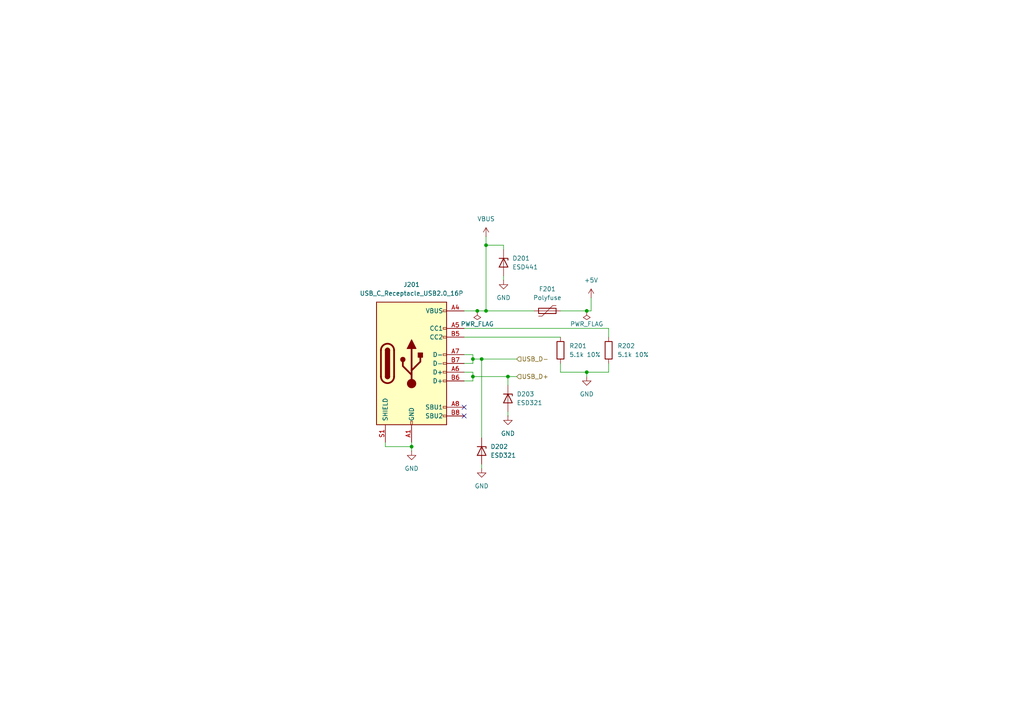
<source format=kicad_sch>
(kicad_sch (version 20231120) (generator "eeschema") (generator_version "8.0")
  (paper "A4")
  (title_block (title "USB"))
  (lib_symbols
    (symbol "Connector:USB_C_Receptacle_USB2.0_16P" (pin_names (offset 1.016))
      (property "Reference" "J" (at 0 22.225 0))
      (property "Value" "USB_C_Receptacle_USB2.0_16P" (at 0 19.685 0))
      (symbol "USB_C_Receptacle_USB2.0_16P_0_0"
        (rectangle (start -0.254 -17.78) (end 0.254 -16.764))
        (rectangle (start 10.16 -14.986) (end 9.144 -15.494))
        (rectangle (start 10.16 -12.446) (end 9.144 -12.954))
        (rectangle (start 10.16 -4.826) (end 9.144 -5.334))
        (rectangle (start 10.16 -2.286) (end 9.144 -2.794))
        (rectangle (start 10.16 0.254) (end 9.144 -0.254))
        (rectangle (start 10.16 2.794) (end 9.144 2.286))
        (rectangle (start 10.16 7.874) (end 9.144 7.366))
        (rectangle (start 10.16 10.414) (end 9.144 9.906))
        (rectangle (start 10.16 15.494) (end 9.144 14.986))
      )
      (symbol "USB_C_Receptacle_USB2.0_16P_0_1"
        (rectangle (start -10.16 17.78) (end 10.16 -17.78) (stroke (width 0.254)) (fill (type background)))
        (arc (start -8.89 -3.81) (mid -6.985 -5.7067) (end -5.08 -3.81) (stroke (width 0.508)))
        (arc (start -7.62 -3.81) (mid -6.985 -4.4423) (end -6.35 -3.81) (stroke (width 0.254)))
        (arc (start -7.62 -3.81) (mid -6.985 -4.4423) (end -6.35 -3.81) (stroke (width 0.254)) (fill (type outline)))
        (rectangle (start -7.62 -3.81) (end -6.35 3.81) (stroke (width 0.254)) (fill (type outline)))
        (arc (start -6.35 3.81) (mid -6.985 4.4423) (end -7.62 3.81) (stroke (width 0.254)))
        (arc (start -6.35 3.81) (mid -6.985 4.4423) (end -7.62 3.81) (stroke (width 0.254)) (fill (type outline)))
        (arc (start -5.08 3.81) (mid -6.985 5.7067) (end -8.89 3.81) (stroke (width 0.508)))
        (circle (center -2.54 1.143) (radius 0.635) (stroke (width 0.254)) (fill (type outline)))
        (circle (center 0 -5.842) (radius 1.27) (fill (type outline)))
        (polyline (pts (xy -8.89 -3.81) (xy -8.89 3.81)) (stroke (width 0.508)))
        (polyline (pts (xy -5.08 3.81) (xy -5.08 -3.81)) (stroke (width 0.508)))
        (polyline (pts (xy 0 -5.842) (xy 0 4.318)) (stroke (width 0.508)))
        (polyline (pts (xy 0 -3.302) (xy -2.54 -0.762) (xy -2.54 0.508)) (stroke (width 0.508)))
        (polyline (pts (xy 0 -2.032) (xy 2.54 0.508) (xy 2.54 1.778)) (stroke (width 0.508)))
        (polyline (pts (xy -1.27 4.318) (xy 0 6.858) (xy 1.27 4.318) (xy -1.27 4.318)) (stroke (width 0.254)) (fill (type outline)))
        (rectangle (start 1.905 1.778) (end 3.175 3.048) (stroke (width 0.254)) (fill (type outline)))
      )
      (symbol "USB_C_Receptacle_USB2.0_16P_1_1"
        (pin passive line (at 0 -22.86 90) (length 5.08) (name "GND") (number "A1"))
        (pin passive line (at 0 -22.86 90) (length 5.08) hide (name "GND") (number "A12"))
        (pin passive line (at 15.24 15.24 180) (length 5.08) (name "VBUS") (number "A4"))
        (pin bidirectional line (at 15.24 10.16 180) (length 5.08) (name "CC1") (number "A5"))
        (pin bidirectional line (at 15.24 -2.54 180) (length 5.08) (name "D+") (number "A6"))
        (pin bidirectional line (at 15.24 2.54 180) (length 5.08) (name "D-") (number "A7"))
        (pin bidirectional line (at 15.24 -12.7 180) (length 5.08) (name "SBU1") (number "A8"))
        (pin passive line (at 15.24 15.24 180) (length 5.08) hide (name "VBUS") (number "A9"))
        (pin passive line (at 0 -22.86 90) (length 5.08) hide (name "GND") (number "B1"))
        (pin passive line (at 0 -22.86 90) (length 5.08) hide (name "GND") (number "B12"))
        (pin passive line (at 15.24 15.24 180) (length 5.08) hide (name "VBUS") (number "B4"))
        (pin bidirectional line (at 15.24 7.62 180) (length 5.08) (name "CC2") (number "B5"))
        (pin bidirectional line (at 15.24 -5.08 180) (length 5.08) (name "D+") (number "B6"))
        (pin bidirectional line (at 15.24 0 180) (length 5.08) (name "D-") (number "B7"))
        (pin bidirectional line (at 15.24 -15.24 180) (length 5.08) (name "SBU2") (number "B8"))
        (pin passive line (at 15.24 15.24 180) (length 5.08) hide (name "VBUS") (number "B9"))
        (pin passive line (at -7.62 -22.86 90) (length 5.08) (name "SHIELD") (number "S1"))
      )
    )
    (symbol "Device:D_Zener" (pin_numbers hide) (pin_names (offset 1.016) hide)
      (property "Reference" "D" (at 0 2.54 0))
      (property "Value" "D_Zener" (at 0 -2.54 0))
      (symbol "D_Zener_0_1"
        (polyline (pts (xy 1.27 0) (xy -1.27 0)))
        (polyline (pts (xy -1.27 -1.27) (xy -1.27 1.27) (xy -0.762 1.27)) (stroke (width 0.254)))
        (polyline (pts (xy 1.27 -1.27) (xy 1.27 1.27) (xy -1.27 0) (xy 1.27 -1.27)) (stroke (width 0.254)))
      )
      (symbol "D_Zener_1_1"
        (pin passive line (at -3.81 0 0) (length 2.54) (name "K") (number "1"))
        (pin passive line (at 3.81 0 180) (length 2.54) (name "A") (number "2"))
      )
    )
    (symbol "Device:Polyfuse" (pin_numbers hide) (pin_names (offset 0))
      (property "Reference" "F" (at -2.54 0 90))
      (property "Value" "Polyfuse" (at 2.54 0 90))
      (symbol "Polyfuse_0_1"
        (rectangle (start -0.762 2.54) (end 0.762 -2.54) (stroke (width 0.254)))
        (polyline (pts (xy 0 2.54) (xy 0 -2.54)))
        (polyline (pts (xy -1.524 2.54) (xy -1.524 1.524) (xy 1.524 -1.524) (xy 1.524 -2.54)))
      )
      (symbol "Polyfuse_1_1"
        (pin passive line (at 0 3.81 270) (length 1.27) (name "~") (number "1"))
        (pin passive line (at 0 -3.81 90) (length 1.27) (name "~") (number "2"))
      )
    )
    (symbol "Device:R" (pin_numbers hide) (pin_names (offset 0))
      (property "Reference" "R" (at 2.032 0 90))
      (property "Value" "R" (at 0 0 90))
      (symbol "R_0_1"
        (rectangle (start -1.016 -2.54) (end 1.016 2.54) (stroke (width 0.254)))
      )
      (symbol "R_1_1"
        (pin passive line (at 0 3.81 270) (length 1.27) (name "~") (number "1"))
        (pin passive line (at 0 -3.81 90) (length 1.27) (name "~") (number "2"))
      )
    )
    (symbol "power:+5V" (power) (pin_numbers hide) (pin_names (offset 0) hide)
      (property "Value" "+5V" (at 0 3.556 0))
      (symbol "+5V_0_1"
        (polyline (pts (xy -0.762 1.27) (xy 0 2.54)))
        (polyline (pts (xy 0 0) (xy 0 2.54)))
        (polyline (pts (xy 0 2.54) (xy 0.762 1.27)))
      )
      (symbol "+5V_1_1"
        (pin power_in line (at 0 0 90) (length 0) (name "~") (number "1"))
      )
    )
    (symbol "power:GND" (power) (pin_numbers hide) (pin_names (offset 0) hide)
      (property "Value" "GND" (at 0 -3.81 0))
      (symbol "GND_0_1"
        (polyline (pts (xy 0 0) (xy 0 -1.27) (xy 1.27 -1.27) (xy 0 -2.54) (xy -1.27 -1.27) (xy 0 -1.27)))
      )
      (symbol "GND_1_1"
        (pin power_in line (at 0 0 270) (length 0) (name "~") (number "1"))
      )
    )
    (symbol "power:PWR_FLAG" (power) (pin_numbers hide) (pin_names (offset 0) hide)
      (property "Value" "PWR_FLAG" (at 0 3.81 0))
      (symbol "PWR_FLAG_0_0"
        (pin power_out line (at 0 0 90) (length 0) (name "~") (number "1"))
      )
      (symbol "PWR_FLAG_0_1"
        (polyline (pts (xy 0 0) (xy 0 1.27) (xy -1.016 1.905) (xy 0 2.54) (xy 1.016 1.905) (xy 0 1.27)))
      )
    )
    (symbol "power:VBUS" (power) (pin_numbers hide) (pin_names (offset 0) hide)
      (property "Value" "VBUS" (at 0 3.556 0))
      (symbol "VBUS_0_1"
        (polyline (pts (xy -0.762 1.27) (xy 0 2.54)))
        (polyline (pts (xy 0 0) (xy 0 2.54)))
        (polyline (pts (xy 0 2.54) (xy 0.762 1.27)))
      )
      (symbol "VBUS_1_1"
        (pin power_in line (at 0 0 90) (length 0) (name "~") (number "1"))
      )
    )
  )
  (junction (at 147.32 109.22))
  (junction (at 139.7 104.14))
  (junction (at 137.16 109.22))
  (junction (at 119.38 129.54))
  (junction (at 140.97 90.17))
  (junction (at 170.18 107.95))
  (junction (at 138.43 90.17))
  (junction (at 140.97 71.12))
  (junction (at 137.16 104.14))
  (junction (at 170.18 90.17))
  (no_connect (at 134.62 118.11))
  (no_connect (at 134.62 120.65))
  (wire (pts (xy 139.7 104.14) (xy 149.86 104.14)))
  (wire (pts (xy 176.53 105.41) (xy 176.53 107.95)))
  (wire (pts (xy 170.18 107.95) (xy 176.53 107.95)))
  (wire (pts (xy 111.76 128.27) (xy 111.76 129.54)))
  (wire (pts (xy 139.7 134.62) (xy 139.7 135.89)))
  (wire (pts (xy 162.56 90.17) (xy 170.18 90.17)))
  (wire (pts (xy 171.45 90.17) (xy 171.45 86.36)))
  (wire (pts (xy 137.16 107.95) (xy 134.62 107.95)))
  (wire (pts (xy 147.32 120.65) (xy 147.32 119.38)))
  (wire (pts (xy 137.16 102.87) (xy 134.62 102.87)))
  (wire (pts (xy 111.76 129.54) (xy 119.38 129.54)))
  (wire (pts (xy 139.7 104.14) (xy 139.7 127)))
  (wire (pts (xy 134.62 110.49) (xy 137.16 110.49)))
  (wire (pts (xy 162.56 107.95) (xy 170.18 107.95)))
  (wire (pts (xy 138.43 90.17) (xy 134.62 90.17)))
  (wire (pts (xy 147.32 109.22) (xy 147.32 111.76)))
  (wire (pts (xy 146.05 71.12) (xy 146.05 72.39)))
  (wire (pts (xy 134.62 95.25) (xy 176.53 95.25)))
  (wire (pts (xy 134.62 97.79) (xy 162.56 97.79)))
  (wire (pts (xy 137.16 109.22) (xy 147.32 109.22)))
  (wire (pts (xy 140.97 71.12) (xy 146.05 71.12)))
  (wire (pts (xy 140.97 90.17) (xy 138.43 90.17)))
  (wire (pts (xy 137.16 109.22) (xy 137.16 107.95)))
  (wire (pts (xy 170.18 107.95) (xy 170.18 109.22)))
  (wire (pts (xy 147.32 109.22) (xy 149.86 109.22)))
  (wire (pts (xy 137.16 109.22) (xy 137.16 110.49)))
  (wire (pts (xy 140.97 71.12) (xy 140.97 90.17)))
  (wire (pts (xy 176.53 95.25) (xy 176.53 97.79)))
  (wire (pts (xy 137.16 104.14) (xy 137.16 102.87)))
  (wire (pts (xy 146.05 80.01) (xy 146.05 81.28)))
  (wire (pts (xy 119.38 129.54) (xy 119.38 130.81)))
  (wire (pts (xy 140.97 68.58) (xy 140.97 71.12)))
  (wire (pts (xy 134.62 105.41) (xy 137.16 105.41)))
  (wire (pts (xy 170.18 90.17) (xy 171.45 90.17)))
  (wire (pts (xy 137.16 104.14) (xy 137.16 105.41)))
  (wire (pts (xy 140.97 90.17) (xy 154.94 90.17)))
  (wire (pts (xy 137.16 104.14) (xy 139.7 104.14)))
  (wire (pts (xy 119.38 129.54) (xy 119.38 128.27)))
  (wire (pts (xy 162.56 105.41) (xy 162.56 107.95)))
  (hierarchical_label "USB_D+" (shape input) (at 149.86 109.22 0))
  (hierarchical_label "USB_D-" (shape input) (at 149.86 104.14 0))
  (symbol (lib_id "power:GND") (at 170.18 109.22 0) (unit 1)
    (property "Reference" "#PWR020" (effects (hide yes)))
    (property "Value" "GND" (at 170.18 114.3 0))
    (property "Description" "Power symbol creates a global label with name \"GND\" , ground" (effects (hide yes)))
  )
  (symbol (lib_id "Device:D_Zener") (at 139.7 130.81 270) (unit 1)
    (property "Reference" "D202" (at 142.24 129.5399 90) (effects (justify left)))
    (property "Value" "ESD321" (at 142.24 132.0799 90) (effects (justify left)))
    (property "Footprint" "Diode_SMD:D_SOD-523" (effects (hide yes)))
    (property "Datasheet" "https://www.ti.com/lit/ds/symlink/esd321.pdf" (effects (hide yes)))
    (property "Description" "Uni-directional TVS ESD protection diode" (effects (hide yes)))
    (property "Distributor link" "https://mou.sr/4bwBvDi" (effects (hide yes)))
  )
  (symbol (lib_id "power:+5V") (at 171.45 86.36 0) (unit 1)
    (property "Reference" "#PWR012" (effects (hide yes)))
    (property "Value" "+5V" (at 171.45 81.28 0))
    (property "Description" "Power symbol creates a global label with name \"+5V\"" (effects (hide yes)))
  )
  (symbol (lib_id "power:GND") (at 119.38 130.81 0) (unit 1)
    (property "Reference" "#PWR03" (effects (hide yes)))
    (property "Value" "GND" (at 119.38 135.89 0))
    (property "Description" "Power symbol creates a global label with name \"GND\" , ground" (effects (hide yes)))
  )
  (symbol (lib_id "power:VBUS") (at 140.97 68.58 0) (unit 1)
    (property "Reference" "#PWR011" (effects (hide yes)))
    (property "Value" "VBUS" (at 140.97 63.5 0))
    (property "Description" "Power symbol creates a global label with name \"VBUS\"" (effects (hide yes)))
  )
  (symbol (lib_id "Device:D_Zener") (at 146.05 76.2 270) (unit 1)
    (property "Reference" "D201" (at 148.59 74.9299 90) (effects (justify left)))
    (property "Value" "ESD441" (at 148.59 77.4699 90) (effects (justify left)))
    (property "Footprint" "rp2040-devboard:Texas_X2SON-DPL-2" (effects (hide yes)))
    (property "Datasheet" "https://www.ti.com/lit/ds/symlink/esd441.pdf" (effects (hide yes)))
    (property "Description" "Uni-directional TVS ESD protection diode" (effects (hide yes)))
    (property "Distributor link" "https://mou.sr/3VjciGN" (effects (hide yes)))
  )
  (symbol (lib_id "Device:R") (at 162.56 101.6 0) (unit 1)
    (property "Reference" "R201" (at 165.1 100.3299 0) (effects (justify left)))
    (property "Value" "5.1k 10%" (at 165.1 102.8699 0) (effects (justify left)))
    (property "Footprint" "Resistor_SMD:R_1210_3225Metric_Pad1.30x2.65mm_HandSolder" (effects (hide yes)))
    (property "Description" "Resistor" (effects (hide yes)))
  )
  (symbol (lib_id "power:GND") (at 147.32 120.65 0) (unit 1)
    (property "Reference" "#PWR028" (effects (hide yes)))
    (property "Value" "GND" (at 147.32 125.73 0))
    (property "Description" "Power symbol creates a global label with name \"GND\" , ground" (effects (hide yes)))
  )
  (symbol (lib_id "Connector:USB_C_Receptacle_USB2.0_16P") (at 119.38 105.41 0) (unit 1)
    (property "Reference" "J201" (at 119.38 82.55 0))
    (property "Value" "USB_C_Receptacle_USB2.0_16P" (at 119.38 85.09 0))
    (property "Footprint" "Connector_USB:USB_C_Receptacle_GCT_USB4105-xx-A_16P_TopMnt_Horizontal" (effects (hide yes)))
    (property "Datasheet" "https://www.usb.org/sites/default/files/documents/usb_type-c.zip" (effects (hide yes)))
    (property "Description" "USB 2.0-only 16P Type-C Receptacle connector" (effects (hide yes)))
    (property "Distributor link" "https://mou.sr/3RzsrVc" (effects (hide yes)))
  )
  (symbol (lib_id "power:GND") (at 139.7 135.89 0) (unit 1)
    (property "Reference" "#PWR018" (effects (hide yes)))
    (property "Value" "GND" (at 139.7 140.97 0))
    (property "Description" "Power symbol creates a global label with name \"GND\" , ground" (effects (hide yes)))
  )
  (symbol (lib_id "power:PWR_FLAG") (at 170.18 90.17 180) (unit 1)
    (property "Reference" "#FLG02" (effects (hide yes)))
    (property "Value" "PWR_FLAG" (at 170.18 93.98 0))
    (property "Description" "Special symbol for telling ERC where power comes from" (effects (hide yes)))
  )
  (symbol (lib_id "power:PWR_FLAG") (at 138.43 90.17 180) (unit 1)
    (property "Reference" "#FLG01" (effects (hide yes)))
    (property "Value" "PWR_FLAG" (at 138.43 93.98 0))
    (property "Description" "Special symbol for telling ERC where power comes from" (effects (hide yes)))
  )
  (symbol (lib_id "Device:Polyfuse") (at 158.75 90.17 90) (unit 1)
    (property "Reference" "F201" (at 158.75 83.82 90))
    (property "Value" "Polyfuse" (at 158.75 86.36 90))
    (property "Description" "Resettable fuse, polymeric positive temperature coefficient" (effects (hide yes)))
  )
  (symbol (lib_id "Device:R") (at 176.53 101.6 0) (unit 1)
    (property "Reference" "R202" (at 179.07 100.3299 0) (effects (justify left)))
    (property "Value" "5.1k 10%" (at 179.07 102.8699 0) (effects (justify left)))
    (property "Footprint" "Resistor_SMD:R_1210_3225Metric_Pad1.30x2.65mm_HandSolder" (effects (hide yes)))
    (property "Description" "Resistor" (effects (hide yes)))
  )
  (symbol (lib_id "Device:D_Zener") (at 147.32 115.57 270) (unit 1)
    (property "Reference" "D203" (at 149.86 114.2999 90) (effects (justify left)))
    (property "Value" "ESD321" (at 149.86 116.8399 90) (effects (justify left)))
    (property "Footprint" "Diode_SMD:D_SOD-523" (effects (hide yes)))
    (property "Datasheet" "https://www.ti.com/lit/ds/symlink/esd321.pdf" (effects (hide yes)))
    (property "Description" "Uni-directional TVS ESD protection diode" (effects (hide yes)))
    (property "Distributor link" "https://mou.sr/4bwBvDi" (effects (hide yes)))
  )
  (symbol (lib_id "power:GND") (at 146.05 81.28 0) (unit 1)
    (property "Reference" "#PWR029" (effects (hide yes)))
    (property "Value" "GND" (at 146.05 86.36 0))
    (property "Description" "Power symbol creates a global label with name \"GND\" , ground" (effects (hide yes)))
  )
)
</source>
